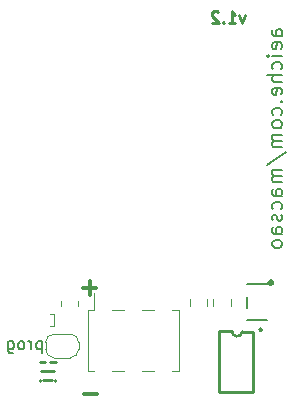
<source format=gbr>
%TF.GenerationSoftware,KiCad,Pcbnew,8.0.4*%
%TF.CreationDate,2024-10-20T23:48:37-07:00*%
%TF.ProjectId,MacSAO,4d616353-414f-42e6-9b69-6361645f7063,rev?*%
%TF.SameCoordinates,Original*%
%TF.FileFunction,Legend,Bot*%
%TF.FilePolarity,Positive*%
%FSLAX46Y46*%
G04 Gerber Fmt 4.6, Leading zero omitted, Abs format (unit mm)*
G04 Created by KiCad (PCBNEW 8.0.4) date 2024-10-20 23:48:37*
%MOMM*%
%LPD*%
G01*
G04 APERTURE LIST*
%ADD10C,0.100000*%
%ADD11C,0.250000*%
%ADD12C,0.200000*%
%ADD13C,0.300000*%
%ADD14C,0.150000*%
%ADD15C,0.120000*%
G04 APERTURE END LIST*
D10*
X159600000Y-100387500D02*
X159600000Y-99412500D01*
X159275000Y-100387500D02*
X159600000Y-100387500D01*
X159600000Y-99412500D02*
X159275000Y-99412500D01*
D11*
X175792669Y-74097952D02*
X175554574Y-74764619D01*
X175554574Y-74764619D02*
X175316479Y-74097952D01*
X174411717Y-74764619D02*
X174983145Y-74764619D01*
X174697431Y-74764619D02*
X174697431Y-73764619D01*
X174697431Y-73764619D02*
X174792669Y-73907476D01*
X174792669Y-73907476D02*
X174887907Y-74002714D01*
X174887907Y-74002714D02*
X174983145Y-74050333D01*
X173983145Y-74669380D02*
X173935526Y-74717000D01*
X173935526Y-74717000D02*
X173983145Y-74764619D01*
X173983145Y-74764619D02*
X174030764Y-74717000D01*
X174030764Y-74717000D02*
X173983145Y-74669380D01*
X173983145Y-74669380D02*
X173983145Y-74764619D01*
X173554574Y-73859857D02*
X173506955Y-73812238D01*
X173506955Y-73812238D02*
X173411717Y-73764619D01*
X173411717Y-73764619D02*
X173173622Y-73764619D01*
X173173622Y-73764619D02*
X173078384Y-73812238D01*
X173078384Y-73812238D02*
X173030765Y-73859857D01*
X173030765Y-73859857D02*
X172983146Y-73955095D01*
X172983146Y-73955095D02*
X172983146Y-74050333D01*
X172983146Y-74050333D02*
X173030765Y-74193190D01*
X173030765Y-74193190D02*
X173602193Y-74764619D01*
X173602193Y-74764619D02*
X172983146Y-74764619D01*
D12*
X178936623Y-75864911D02*
X178281861Y-75864911D01*
X178281861Y-75864911D02*
X178162814Y-75805387D01*
X178162814Y-75805387D02*
X178103290Y-75686339D01*
X178103290Y-75686339D02*
X178103290Y-75448244D01*
X178103290Y-75448244D02*
X178162814Y-75329197D01*
X178877100Y-75864911D02*
X178936623Y-75745863D01*
X178936623Y-75745863D02*
X178936623Y-75448244D01*
X178936623Y-75448244D02*
X178877100Y-75329197D01*
X178877100Y-75329197D02*
X178758052Y-75269673D01*
X178758052Y-75269673D02*
X178639004Y-75269673D01*
X178639004Y-75269673D02*
X178519957Y-75329197D01*
X178519957Y-75329197D02*
X178460433Y-75448244D01*
X178460433Y-75448244D02*
X178460433Y-75745863D01*
X178460433Y-75745863D02*
X178400909Y-75864911D01*
X178877100Y-76936339D02*
X178936623Y-76817291D01*
X178936623Y-76817291D02*
X178936623Y-76579196D01*
X178936623Y-76579196D02*
X178877100Y-76460149D01*
X178877100Y-76460149D02*
X178758052Y-76400625D01*
X178758052Y-76400625D02*
X178281861Y-76400625D01*
X178281861Y-76400625D02*
X178162814Y-76460149D01*
X178162814Y-76460149D02*
X178103290Y-76579196D01*
X178103290Y-76579196D02*
X178103290Y-76817291D01*
X178103290Y-76817291D02*
X178162814Y-76936339D01*
X178162814Y-76936339D02*
X178281861Y-76995863D01*
X178281861Y-76995863D02*
X178400909Y-76995863D01*
X178400909Y-76995863D02*
X178519957Y-76400625D01*
X178936623Y-77531578D02*
X178103290Y-77531578D01*
X177686623Y-77531578D02*
X177746147Y-77472054D01*
X177746147Y-77472054D02*
X177805671Y-77531578D01*
X177805671Y-77531578D02*
X177746147Y-77591101D01*
X177746147Y-77591101D02*
X177686623Y-77531578D01*
X177686623Y-77531578D02*
X177805671Y-77531578D01*
X178877100Y-78662530D02*
X178936623Y-78543482D01*
X178936623Y-78543482D02*
X178936623Y-78305387D01*
X178936623Y-78305387D02*
X178877100Y-78186339D01*
X178877100Y-78186339D02*
X178817576Y-78126816D01*
X178817576Y-78126816D02*
X178698528Y-78067292D01*
X178698528Y-78067292D02*
X178341385Y-78067292D01*
X178341385Y-78067292D02*
X178222338Y-78126816D01*
X178222338Y-78126816D02*
X178162814Y-78186339D01*
X178162814Y-78186339D02*
X178103290Y-78305387D01*
X178103290Y-78305387D02*
X178103290Y-78543482D01*
X178103290Y-78543482D02*
X178162814Y-78662530D01*
X178936623Y-79198245D02*
X177686623Y-79198245D01*
X178936623Y-79733959D02*
X178281861Y-79733959D01*
X178281861Y-79733959D02*
X178162814Y-79674435D01*
X178162814Y-79674435D02*
X178103290Y-79555387D01*
X178103290Y-79555387D02*
X178103290Y-79376816D01*
X178103290Y-79376816D02*
X178162814Y-79257768D01*
X178162814Y-79257768D02*
X178222338Y-79198245D01*
X178877100Y-80805387D02*
X178936623Y-80686339D01*
X178936623Y-80686339D02*
X178936623Y-80448244D01*
X178936623Y-80448244D02*
X178877100Y-80329197D01*
X178877100Y-80329197D02*
X178758052Y-80269673D01*
X178758052Y-80269673D02*
X178281861Y-80269673D01*
X178281861Y-80269673D02*
X178162814Y-80329197D01*
X178162814Y-80329197D02*
X178103290Y-80448244D01*
X178103290Y-80448244D02*
X178103290Y-80686339D01*
X178103290Y-80686339D02*
X178162814Y-80805387D01*
X178162814Y-80805387D02*
X178281861Y-80864911D01*
X178281861Y-80864911D02*
X178400909Y-80864911D01*
X178400909Y-80864911D02*
X178519957Y-80269673D01*
X178817576Y-81400626D02*
X178877100Y-81460149D01*
X178877100Y-81460149D02*
X178936623Y-81400626D01*
X178936623Y-81400626D02*
X178877100Y-81341102D01*
X178877100Y-81341102D02*
X178817576Y-81400626D01*
X178817576Y-81400626D02*
X178936623Y-81400626D01*
X178877100Y-82531578D02*
X178936623Y-82412530D01*
X178936623Y-82412530D02*
X178936623Y-82174435D01*
X178936623Y-82174435D02*
X178877100Y-82055387D01*
X178877100Y-82055387D02*
X178817576Y-81995864D01*
X178817576Y-81995864D02*
X178698528Y-81936340D01*
X178698528Y-81936340D02*
X178341385Y-81936340D01*
X178341385Y-81936340D02*
X178222338Y-81995864D01*
X178222338Y-81995864D02*
X178162814Y-82055387D01*
X178162814Y-82055387D02*
X178103290Y-82174435D01*
X178103290Y-82174435D02*
X178103290Y-82412530D01*
X178103290Y-82412530D02*
X178162814Y-82531578D01*
X178936623Y-83245864D02*
X178877100Y-83126816D01*
X178877100Y-83126816D02*
X178817576Y-83067293D01*
X178817576Y-83067293D02*
X178698528Y-83007769D01*
X178698528Y-83007769D02*
X178341385Y-83007769D01*
X178341385Y-83007769D02*
X178222338Y-83067293D01*
X178222338Y-83067293D02*
X178162814Y-83126816D01*
X178162814Y-83126816D02*
X178103290Y-83245864D01*
X178103290Y-83245864D02*
X178103290Y-83424435D01*
X178103290Y-83424435D02*
X178162814Y-83543483D01*
X178162814Y-83543483D02*
X178222338Y-83603007D01*
X178222338Y-83603007D02*
X178341385Y-83662531D01*
X178341385Y-83662531D02*
X178698528Y-83662531D01*
X178698528Y-83662531D02*
X178817576Y-83603007D01*
X178817576Y-83603007D02*
X178877100Y-83543483D01*
X178877100Y-83543483D02*
X178936623Y-83424435D01*
X178936623Y-83424435D02*
X178936623Y-83245864D01*
X178936623Y-84198245D02*
X178103290Y-84198245D01*
X178222338Y-84198245D02*
X178162814Y-84257768D01*
X178162814Y-84257768D02*
X178103290Y-84376816D01*
X178103290Y-84376816D02*
X178103290Y-84555387D01*
X178103290Y-84555387D02*
X178162814Y-84674435D01*
X178162814Y-84674435D02*
X178281861Y-84733959D01*
X178281861Y-84733959D02*
X178936623Y-84733959D01*
X178281861Y-84733959D02*
X178162814Y-84793483D01*
X178162814Y-84793483D02*
X178103290Y-84912530D01*
X178103290Y-84912530D02*
X178103290Y-85091102D01*
X178103290Y-85091102D02*
X178162814Y-85210149D01*
X178162814Y-85210149D02*
X178281861Y-85269673D01*
X178281861Y-85269673D02*
X178936623Y-85269673D01*
X177627100Y-86757769D02*
X179234242Y-85686340D01*
X178936623Y-87174436D02*
X178103290Y-87174436D01*
X178222338Y-87174436D02*
X178162814Y-87233959D01*
X178162814Y-87233959D02*
X178103290Y-87353007D01*
X178103290Y-87353007D02*
X178103290Y-87531578D01*
X178103290Y-87531578D02*
X178162814Y-87650626D01*
X178162814Y-87650626D02*
X178281861Y-87710150D01*
X178281861Y-87710150D02*
X178936623Y-87710150D01*
X178281861Y-87710150D02*
X178162814Y-87769674D01*
X178162814Y-87769674D02*
X178103290Y-87888721D01*
X178103290Y-87888721D02*
X178103290Y-88067293D01*
X178103290Y-88067293D02*
X178162814Y-88186340D01*
X178162814Y-88186340D02*
X178281861Y-88245864D01*
X178281861Y-88245864D02*
X178936623Y-88245864D01*
X178936623Y-89376817D02*
X178281861Y-89376817D01*
X178281861Y-89376817D02*
X178162814Y-89317293D01*
X178162814Y-89317293D02*
X178103290Y-89198245D01*
X178103290Y-89198245D02*
X178103290Y-88960150D01*
X178103290Y-88960150D02*
X178162814Y-88841103D01*
X178877100Y-89376817D02*
X178936623Y-89257769D01*
X178936623Y-89257769D02*
X178936623Y-88960150D01*
X178936623Y-88960150D02*
X178877100Y-88841103D01*
X178877100Y-88841103D02*
X178758052Y-88781579D01*
X178758052Y-88781579D02*
X178639004Y-88781579D01*
X178639004Y-88781579D02*
X178519957Y-88841103D01*
X178519957Y-88841103D02*
X178460433Y-88960150D01*
X178460433Y-88960150D02*
X178460433Y-89257769D01*
X178460433Y-89257769D02*
X178400909Y-89376817D01*
X178877100Y-90507769D02*
X178936623Y-90388721D01*
X178936623Y-90388721D02*
X178936623Y-90150626D01*
X178936623Y-90150626D02*
X178877100Y-90031578D01*
X178877100Y-90031578D02*
X178817576Y-89972055D01*
X178817576Y-89972055D02*
X178698528Y-89912531D01*
X178698528Y-89912531D02*
X178341385Y-89912531D01*
X178341385Y-89912531D02*
X178222338Y-89972055D01*
X178222338Y-89972055D02*
X178162814Y-90031578D01*
X178162814Y-90031578D02*
X178103290Y-90150626D01*
X178103290Y-90150626D02*
X178103290Y-90388721D01*
X178103290Y-90388721D02*
X178162814Y-90507769D01*
X178877100Y-90983960D02*
X178936623Y-91103007D01*
X178936623Y-91103007D02*
X178936623Y-91341103D01*
X178936623Y-91341103D02*
X178877100Y-91460150D01*
X178877100Y-91460150D02*
X178758052Y-91519674D01*
X178758052Y-91519674D02*
X178698528Y-91519674D01*
X178698528Y-91519674D02*
X178579480Y-91460150D01*
X178579480Y-91460150D02*
X178519957Y-91341103D01*
X178519957Y-91341103D02*
X178519957Y-91162531D01*
X178519957Y-91162531D02*
X178460433Y-91043484D01*
X178460433Y-91043484D02*
X178341385Y-90983960D01*
X178341385Y-90983960D02*
X178281861Y-90983960D01*
X178281861Y-90983960D02*
X178162814Y-91043484D01*
X178162814Y-91043484D02*
X178103290Y-91162531D01*
X178103290Y-91162531D02*
X178103290Y-91341103D01*
X178103290Y-91341103D02*
X178162814Y-91460150D01*
X178936623Y-92591103D02*
X178281861Y-92591103D01*
X178281861Y-92591103D02*
X178162814Y-92531579D01*
X178162814Y-92531579D02*
X178103290Y-92412531D01*
X178103290Y-92412531D02*
X178103290Y-92174436D01*
X178103290Y-92174436D02*
X178162814Y-92055389D01*
X178877100Y-92591103D02*
X178936623Y-92472055D01*
X178936623Y-92472055D02*
X178936623Y-92174436D01*
X178936623Y-92174436D02*
X178877100Y-92055389D01*
X178877100Y-92055389D02*
X178758052Y-91995865D01*
X178758052Y-91995865D02*
X178639004Y-91995865D01*
X178639004Y-91995865D02*
X178519957Y-92055389D01*
X178519957Y-92055389D02*
X178460433Y-92174436D01*
X178460433Y-92174436D02*
X178460433Y-92472055D01*
X178460433Y-92472055D02*
X178400909Y-92591103D01*
X178936623Y-93364912D02*
X178877100Y-93245864D01*
X178877100Y-93245864D02*
X178817576Y-93186341D01*
X178817576Y-93186341D02*
X178698528Y-93126817D01*
X178698528Y-93126817D02*
X178341385Y-93126817D01*
X178341385Y-93126817D02*
X178222338Y-93186341D01*
X178222338Y-93186341D02*
X178162814Y-93245864D01*
X178162814Y-93245864D02*
X178103290Y-93364912D01*
X178103290Y-93364912D02*
X178103290Y-93543483D01*
X178103290Y-93543483D02*
X178162814Y-93662531D01*
X178162814Y-93662531D02*
X178222338Y-93722055D01*
X178222338Y-93722055D02*
X178341385Y-93781579D01*
X178341385Y-93781579D02*
X178698528Y-93781579D01*
X178698528Y-93781579D02*
X178817576Y-93722055D01*
X178817576Y-93722055D02*
X178877100Y-93662531D01*
X178877100Y-93662531D02*
X178936623Y-93543483D01*
X178936623Y-93543483D02*
X178936623Y-93364912D01*
D13*
X162154510Y-106129400D02*
X163297368Y-106129400D01*
X162074510Y-97199400D02*
X163217368Y-97199400D01*
X162645939Y-97770828D02*
X162645939Y-96627971D01*
D12*
X158610326Y-101710552D02*
X158610326Y-102710552D01*
X158610326Y-101758171D02*
X158515088Y-101710552D01*
X158515088Y-101710552D02*
X158324612Y-101710552D01*
X158324612Y-101710552D02*
X158229374Y-101758171D01*
X158229374Y-101758171D02*
X158181755Y-101805790D01*
X158181755Y-101805790D02*
X158134136Y-101901028D01*
X158134136Y-101901028D02*
X158134136Y-102186742D01*
X158134136Y-102186742D02*
X158181755Y-102281980D01*
X158181755Y-102281980D02*
X158229374Y-102329600D01*
X158229374Y-102329600D02*
X158324612Y-102377219D01*
X158324612Y-102377219D02*
X158515088Y-102377219D01*
X158515088Y-102377219D02*
X158610326Y-102329600D01*
X157705564Y-102377219D02*
X157705564Y-101710552D01*
X157705564Y-101901028D02*
X157657945Y-101805790D01*
X157657945Y-101805790D02*
X157610326Y-101758171D01*
X157610326Y-101758171D02*
X157515088Y-101710552D01*
X157515088Y-101710552D02*
X157419850Y-101710552D01*
X156943659Y-102377219D02*
X157038897Y-102329600D01*
X157038897Y-102329600D02*
X157086516Y-102281980D01*
X157086516Y-102281980D02*
X157134135Y-102186742D01*
X157134135Y-102186742D02*
X157134135Y-101901028D01*
X157134135Y-101901028D02*
X157086516Y-101805790D01*
X157086516Y-101805790D02*
X157038897Y-101758171D01*
X157038897Y-101758171D02*
X156943659Y-101710552D01*
X156943659Y-101710552D02*
X156800802Y-101710552D01*
X156800802Y-101710552D02*
X156705564Y-101758171D01*
X156705564Y-101758171D02*
X156657945Y-101805790D01*
X156657945Y-101805790D02*
X156610326Y-101901028D01*
X156610326Y-101901028D02*
X156610326Y-102186742D01*
X156610326Y-102186742D02*
X156657945Y-102281980D01*
X156657945Y-102281980D02*
X156705564Y-102329600D01*
X156705564Y-102329600D02*
X156800802Y-102377219D01*
X156800802Y-102377219D02*
X156943659Y-102377219D01*
X155753183Y-101710552D02*
X155753183Y-102520076D01*
X155753183Y-102520076D02*
X155800802Y-102615314D01*
X155800802Y-102615314D02*
X155848421Y-102662933D01*
X155848421Y-102662933D02*
X155943659Y-102710552D01*
X155943659Y-102710552D02*
X156086516Y-102710552D01*
X156086516Y-102710552D02*
X156181754Y-102662933D01*
X155753183Y-102329600D02*
X155848421Y-102377219D01*
X155848421Y-102377219D02*
X156038897Y-102377219D01*
X156038897Y-102377219D02*
X156134135Y-102329600D01*
X156134135Y-102329600D02*
X156181754Y-102281980D01*
X156181754Y-102281980D02*
X156229373Y-102186742D01*
X156229373Y-102186742D02*
X156229373Y-101901028D01*
X156229373Y-101901028D02*
X156181754Y-101805790D01*
X156181754Y-101805790D02*
X156134135Y-101758171D01*
X156134135Y-101758171D02*
X156038897Y-101710552D01*
X156038897Y-101710552D02*
X155848421Y-101710552D01*
X155848421Y-101710552D02*
X155753183Y-101758171D01*
D11*
%TO.C,SW1*%
X158410000Y-103495000D02*
X158870000Y-103495000D01*
X158460000Y-105035000D02*
X158460000Y-104955000D01*
X158720000Y-104995000D02*
X159480000Y-104995000D01*
X159320000Y-103495000D02*
X159780000Y-103495000D01*
X159670000Y-104225000D02*
X158530000Y-104225000D01*
X159730000Y-105035000D02*
X159730000Y-104955000D01*
D14*
%TO.C,U3*%
X176000000Y-96870000D02*
X177700000Y-96870000D01*
X176000000Y-97920000D02*
X176000000Y-98880000D01*
X176000000Y-99930000D02*
X177700000Y-99930000D01*
D13*
X178140000Y-96750000D02*
G75*
G02*
X177840000Y-96750000I-150000J0D01*
G01*
X177840000Y-96750000D02*
G75*
G02*
X178140000Y-96750000I150000J0D01*
G01*
D15*
%TO.C,C1*%
X173135000Y-98681252D02*
X173135000Y-98158748D01*
X174605000Y-98681252D02*
X174605000Y-98158748D01*
%TO.C,J1*%
X162470000Y-104250000D02*
X162470000Y-99050000D01*
X163040000Y-99050000D02*
X162470000Y-99050000D01*
X163040000Y-99050000D02*
X163040000Y-97610000D01*
X163040000Y-104250000D02*
X162470000Y-104250000D01*
X165580000Y-99050000D02*
X164560000Y-99050000D01*
X165580000Y-104250000D02*
X164560000Y-104250000D01*
X168120000Y-99050000D02*
X167100000Y-99050000D01*
X168120000Y-104250000D02*
X167100000Y-104250000D01*
X170210000Y-99050000D02*
X169640000Y-99050000D01*
X170210000Y-104250000D02*
X169640000Y-104250000D01*
X170210000Y-104250000D02*
X170210000Y-99050000D01*
D11*
%TO.C,U2*%
X173600000Y-100860000D02*
X174670000Y-100860000D01*
X173600000Y-105970000D02*
X173600000Y-100860000D01*
X175580000Y-100890000D02*
X176520000Y-100890000D01*
X176520000Y-100890000D02*
X176520000Y-100910000D01*
X176520000Y-100910000D02*
X176520000Y-105970000D01*
X176520000Y-105970000D02*
X173600000Y-105970000D01*
X175585272Y-100892627D02*
G75*
G02*
X174670000Y-100860000I-455272J82627D01*
G01*
X177210000Y-100730000D02*
G75*
G02*
X177050000Y-100730000I-80000J0D01*
G01*
X177050000Y-100730000D02*
G75*
G02*
X177210000Y-100730000I80000J0D01*
G01*
D15*
%TO.C,R1*%
X160215000Y-98727064D02*
X160215000Y-98272936D01*
X161685000Y-98727064D02*
X161685000Y-98272936D01*
%TO.C,C2*%
X171135000Y-98681252D02*
X171135000Y-98158748D01*
X172605000Y-98681252D02*
X172605000Y-98158748D01*
%TO.C,JP1*%
X158920000Y-102390000D02*
X158920000Y-101790000D01*
X159620000Y-101090000D02*
X161020000Y-101090000D01*
X161020000Y-103090000D02*
X159620000Y-103090000D01*
X161720000Y-101790000D02*
X161720000Y-102390000D01*
X158920000Y-101790000D02*
G75*
G02*
X159620000Y-101090000I700000J0D01*
G01*
X159620000Y-103090000D02*
G75*
G02*
X158920000Y-102390000I0J700000D01*
G01*
X161020000Y-101090000D02*
G75*
G02*
X161720000Y-101790000I1J-699999D01*
G01*
X161720000Y-102390000D02*
G75*
G02*
X161020000Y-103090000I-699999J-1D01*
G01*
%TD*%
M02*

</source>
